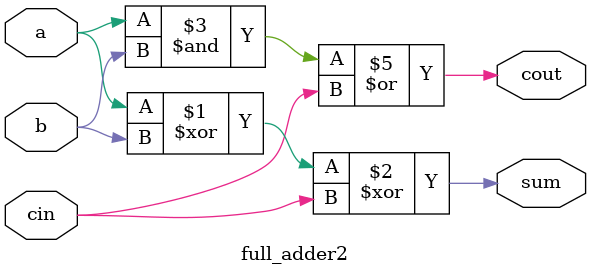
<source format=v>
module full_adder2(a,b,cin,sum,cout);
input a,b,cin;
output sum,cout;
assign sum = a^b^cin;
assign cout = a&b|cin&(1'b1); 
// initial begin
//     $display("The incorrect adder with or0 and and1 having out/1 and in1/1");
// end   
endmodule
</source>
